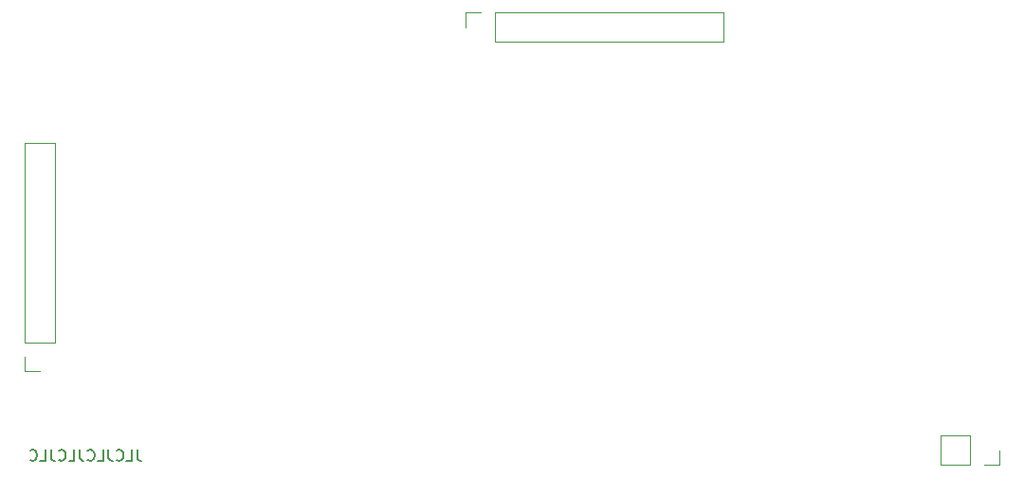
<source format=gbr>
%TF.GenerationSoftware,KiCad,Pcbnew,(6.0.0-0)*%
%TF.CreationDate,2022-03-19T19:47:00-04:00*%
%TF.ProjectId,interrupts,696e7465-7272-4757-9074-732e6b696361,rev?*%
%TF.SameCoordinates,Original*%
%TF.FileFunction,Legend,Bot*%
%TF.FilePolarity,Positive*%
%FSLAX46Y46*%
G04 Gerber Fmt 4.6, Leading zero omitted, Abs format (unit mm)*
G04 Created by KiCad (PCBNEW (6.0.0-0)) date 2022-03-19 19:47:00*
%MOMM*%
%LPD*%
G01*
G04 APERTURE LIST*
%ADD10C,0.150000*%
%ADD11C,0.120000*%
G04 APERTURE END LIST*
D10*
X107489047Y-125944380D02*
X107489047Y-126658666D01*
X107536666Y-126801523D01*
X107631904Y-126896761D01*
X107774761Y-126944380D01*
X107870000Y-126944380D01*
X106536666Y-126944380D02*
X107012857Y-126944380D01*
X107012857Y-125944380D01*
X105631904Y-126849142D02*
X105679523Y-126896761D01*
X105822380Y-126944380D01*
X105917619Y-126944380D01*
X106060476Y-126896761D01*
X106155714Y-126801523D01*
X106203333Y-126706285D01*
X106250952Y-126515809D01*
X106250952Y-126372952D01*
X106203333Y-126182476D01*
X106155714Y-126087238D01*
X106060476Y-125992000D01*
X105917619Y-125944380D01*
X105822380Y-125944380D01*
X105679523Y-125992000D01*
X105631904Y-126039619D01*
X104917619Y-125944380D02*
X104917619Y-126658666D01*
X104965238Y-126801523D01*
X105060476Y-126896761D01*
X105203333Y-126944380D01*
X105298571Y-126944380D01*
X103965238Y-126944380D02*
X104441428Y-126944380D01*
X104441428Y-125944380D01*
X103060476Y-126849142D02*
X103108095Y-126896761D01*
X103250952Y-126944380D01*
X103346190Y-126944380D01*
X103489047Y-126896761D01*
X103584285Y-126801523D01*
X103631904Y-126706285D01*
X103679523Y-126515809D01*
X103679523Y-126372952D01*
X103631904Y-126182476D01*
X103584285Y-126087238D01*
X103489047Y-125992000D01*
X103346190Y-125944380D01*
X103250952Y-125944380D01*
X103108095Y-125992000D01*
X103060476Y-126039619D01*
X102346190Y-125944380D02*
X102346190Y-126658666D01*
X102393809Y-126801523D01*
X102489047Y-126896761D01*
X102631904Y-126944380D01*
X102727142Y-126944380D01*
X101393809Y-126944380D02*
X101870000Y-126944380D01*
X101870000Y-125944380D01*
X100489047Y-126849142D02*
X100536666Y-126896761D01*
X100679523Y-126944380D01*
X100774761Y-126944380D01*
X100917619Y-126896761D01*
X101012857Y-126801523D01*
X101060476Y-126706285D01*
X101108095Y-126515809D01*
X101108095Y-126372952D01*
X101060476Y-126182476D01*
X101012857Y-126087238D01*
X100917619Y-125992000D01*
X100774761Y-125944380D01*
X100679523Y-125944380D01*
X100536666Y-125992000D01*
X100489047Y-126039619D01*
X99774761Y-125944380D02*
X99774761Y-126658666D01*
X99822380Y-126801523D01*
X99917619Y-126896761D01*
X100060476Y-126944380D01*
X100155714Y-126944380D01*
X98822380Y-126944380D02*
X99298571Y-126944380D01*
X99298571Y-125944380D01*
X97917619Y-126849142D02*
X97965238Y-126896761D01*
X98108095Y-126944380D01*
X98203333Y-126944380D01*
X98346190Y-126896761D01*
X98441428Y-126801523D01*
X98489047Y-126706285D01*
X98536666Y-126515809D01*
X98536666Y-126372952D01*
X98489047Y-126182476D01*
X98441428Y-126087238D01*
X98346190Y-125992000D01*
X98203333Y-125944380D01*
X98108095Y-125944380D01*
X97965238Y-125992000D01*
X97917619Y-126039619D01*
D11*
%TO.C,J3*%
X179264000Y-127314000D02*
X179264000Y-124654000D01*
X181864000Y-127314000D02*
X179264000Y-127314000D01*
X181864000Y-124654000D02*
X179264000Y-124654000D01*
X181864000Y-127314000D02*
X181864000Y-124654000D01*
X183134000Y-127314000D02*
X184464000Y-127314000D01*
X184464000Y-127314000D02*
X184464000Y-125984000D01*
%TO.C,J1*%
X97476000Y-118932000D02*
X98806000Y-118932000D01*
X100136000Y-116332000D02*
X100136000Y-98492000D01*
X97476000Y-116332000D02*
X100136000Y-116332000D01*
X97476000Y-116332000D02*
X97476000Y-98492000D01*
X97476000Y-117602000D02*
X97476000Y-118932000D01*
X97476000Y-98492000D02*
X100136000Y-98492000D01*
%TO.C,J2*%
X159826000Y-86808000D02*
X159826000Y-89468000D01*
X139446000Y-86808000D02*
X159826000Y-86808000D01*
X138176000Y-86808000D02*
X136846000Y-86808000D01*
X139446000Y-86808000D02*
X139446000Y-89468000D01*
X136846000Y-86808000D02*
X136846000Y-88138000D01*
X139446000Y-89468000D02*
X159826000Y-89468000D01*
%TD*%
M02*

</source>
